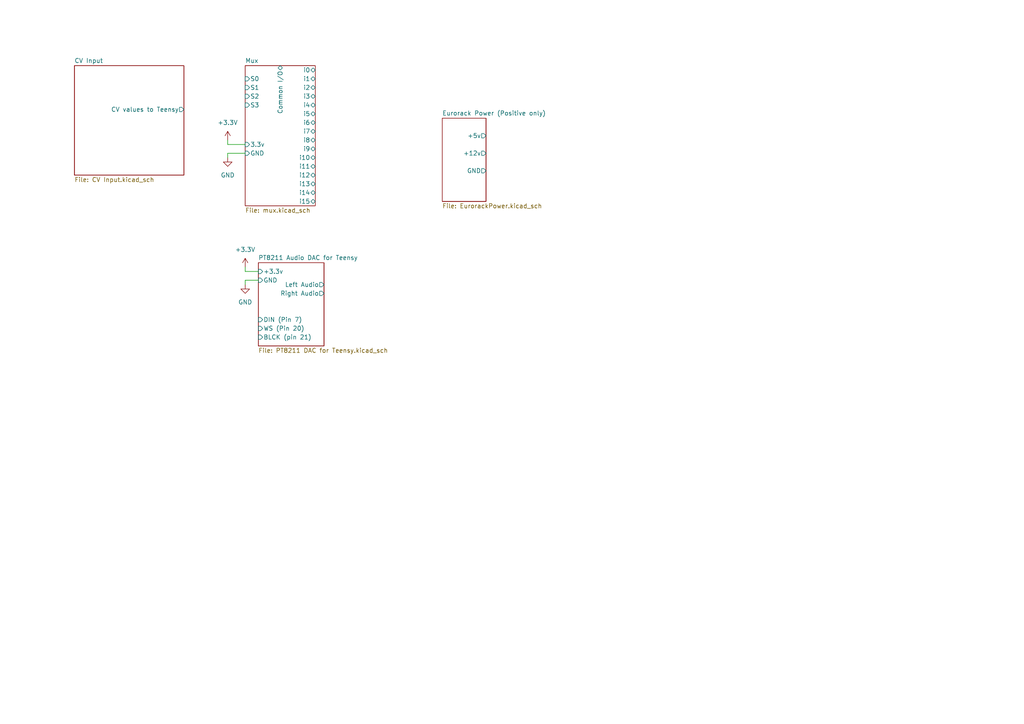
<source format=kicad_sch>
(kicad_sch (version 20230121) (generator eeschema)
  (paper "A4")
  (lib_symbols
    (symbol "power:+3.3V" (power) (pin_names (offset 0))
      (property "Value" "+3.3V" (at 0 3.556 0))
      (symbol "+3.3V_0_1"
        (polyline (pts (xy -0.762 1.27) (xy 0 2.54)))
        (polyline (pts (xy 0 0) (xy 0 2.54)))
        (polyline (pts (xy 0 2.54) (xy 0.762 1.27)))
      )
      (symbol "+3.3V_1_1"
        (pin power_in line (at 0 0 90) (length 0) hide (name "+3.3V") (number "1"))
      )
    )
    (symbol "power:GND" (power) (pin_names (offset 0))
      (property "Value" "GND" (at 0 -3.81 0))
      (symbol "GND_0_1"
        (polyline (pts (xy 0 0) (xy 0 -1.27) (xy 1.27 -1.27) (xy 0 -2.54) (xy -1.27 -1.27) (xy 0 -1.27)))
      )
      (symbol "GND_1_1"
        (pin power_in line (at 0 0 270) (length 0) hide (name "GND") (number "1"))
      )
    )
  )
  (wire (pts (xy 66.04 41.91) (xy 66.04 40.64)))
  (wire (pts (xy 71.12 78.74) (xy 71.12 77.47)))
  (wire (pts (xy 71.12 78.74) (xy 74.93 78.74)))
  (wire (pts (xy 71.12 82.55) (xy 71.12 81.28)))
  (wire (pts (xy 66.04 44.45) (xy 71.12 44.45)))
  (wire (pts (xy 71.12 41.91) (xy 66.04 41.91)))
  (wire (pts (xy 66.04 45.72) (xy 66.04 44.45)))
  (wire (pts (xy 71.12 81.28) (xy 74.93 81.28)))
  (symbol (lib_id "power:+3.3V") (at 66.04 40.64 0) (unit 1)
    (property "Reference" "#PWR02" (effects hide))
    (property "Value" "+3.3V" (at 66.04 35.56 0))
  )
  (symbol (lib_id "power:GND") (at 71.12 82.55 0) (unit 1)
    (property "Reference" "#PWR014" (effects hide))
    (property "Value" "GND" (at 71.12 87.63 0))
  )
  (symbol (lib_id "power:+3.3V") (at 71.12 77.47 0) (unit 1)
    (property "Reference" "#PWR013" (effects hide))
    (property "Value" "+3.3V" (at 71.12 72.39 0))
  )
  (symbol (lib_id "power:GND") (at 66.04 45.72 0) (unit 1)
    (property "Reference" "#PWR03" (effects hide))
    (property "Value" "GND" (at 66.04 50.8 0))
  )
  (sheet (at 71.12 19.05) (size 20.32 40.64) (stroke (width 0.1524))
    (property "Sheetname" "Mux" (at 71.12 18.3384 0) (effects (justify left bottom)))
    (property "Sheetfile" "mux.kicad_sch" (at 71.12 60.2746 0) (effects (justify left top)))
    (pin "3.3v" input (at 71.12 41.91 180))
    (pin "i8" bidirectional (at 91.44 40.64 0))
    (pin "i9" bidirectional (at 91.44 43.18 0))
    (pin "i11" bidirectional (at 91.44 48.26 0))
    (pin "i12" bidirectional (at 91.44 50.8 0))
    (pin "i10" bidirectional (at 91.44 45.72 0))
    (pin "i13" bidirectional (at 91.44 53.34 0))
    (pin "i14" bidirectional (at 91.44 55.88 0))
    (pin "i15" bidirectional (at 91.44 58.42 0))
    (pin "S2" input (at 71.12 27.94 180))
    (pin "S3" input (at 71.12 30.48 180))
    (pin "i4" bidirectional (at 91.44 30.48 0))
    (pin "i2" bidirectional (at 91.44 25.4 0))
    (pin "i3" bidirectional (at 91.44 27.94 0))
    (pin "i1" bidirectional (at 91.44 22.86 0))
    (pin "i0" bidirectional (at 91.44 20.32 0))
    (pin "Common I{slash}O" bidirectional (at 81.28 19.05 90))
    (pin "GND" input (at 71.12 44.45 180))
    (pin "S0" input (at 71.12 22.86 180))
    (pin "S1" input (at 71.12 25.4 180))
    (pin "i6" bidirectional (at 91.44 35.56 0))
    (pin "i7" bidirectional (at 91.44 38.1 0))
    (pin "i5" bidirectional (at 91.44 33.02 0))
  )
  (sheet (at 74.93 76.2) (size 19.05 24.13) (stroke (width 0.1524))
    (property "Sheetname" "PT8211 Audio DAC for Teensy" (at 74.93 75.4884 0) (effects (justify left bottom)))
    (property "Sheetfile" "PT8211 DAC for Teensy.kicad_sch" (at 74.93 100.9146 0) (effects (justify left top)))
    (pin "Left Audio" output (at 93.98 82.55 0))
    (pin "DIN (Pin 7)" input (at 74.93 92.71 180))
    (pin "+3.3v" input (at 74.93 78.74 180))
    (pin "WS (Pin 20)" input (at 74.93 95.25 180))
    (pin "GND" input (at 74.93 81.28 180))
    (pin "Right Audio" output (at 93.98 85.09 0))
    (pin "BLCK (pin 21)" input (at 74.93 97.79 180))
  )
  (sheet (at 21.59 19.05) (size 31.75 31.75) (stroke (width 0.1524))
    (property "Sheetname" "CV Input" (at 21.59 18.3384 0) (effects (justify left bottom)))
    (property "Sheetfile" "CV Input.kicad_sch" (at 21.59 51.3846 0) (effects (justify left top)))
    (pin "CV values to Teensy" output (at 53.34 31.75 0))
  )
  (sheet (at 128.27 34.29) (size 12.7 24.13) (stroke (width 0.1524))
    (property "Sheetname" "Eurorack Power (Positive only)" (at 128.27 33.5784 0) (effects (justify left bottom)))
    (property "Sheetfile" "EurorackPower.kicad_sch" (at 128.27 59.0046 0) (effects (justify left top)))
    (pin "+5v" output (at 140.97 39.37 0))
    (pin "GND" output (at 140.97 49.53 0))
    (pin "+12v" output (at 140.97 44.45 0))
  )
)
</source>
